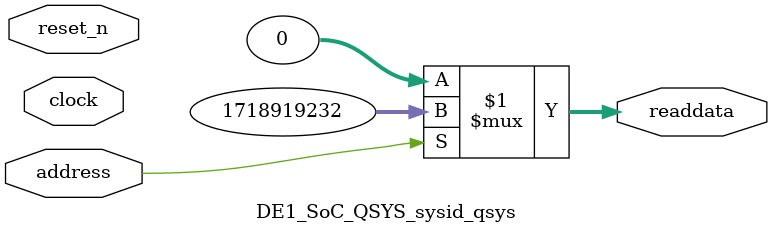
<source format=v>



// synthesis translate_off
`timescale 1ns / 1ps
// synthesis translate_on

// turn off superfluous verilog processor warnings 
// altera message_level Level1 
// altera message_off 10034 10035 10036 10037 10230 10240 10030 

module DE1_SoC_QSYS_sysid_qsys (
               // inputs:
                address,
                clock,
                reset_n,

               // outputs:
                readdata
             )
;

  output  [ 31: 0] readdata;
  input            address;
  input            clock;
  input            reset_n;

  wire    [ 31: 0] readdata;
  //control_slave, which is an e_avalon_slave
  assign readdata = address ? 1718919232 : 0;

endmodule



</source>
